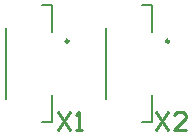
<source format=gto>
G04*
G04 #@! TF.GenerationSoftware,Altium Limited,Altium Designer,22.5.1 (42)*
G04*
G04 Layer_Color=65535*
%FSLAX44Y44*%
%MOMM*%
G71*
G04*
G04 #@! TF.SameCoordinates,57A0546F-C19F-4D55-9909-ACA7FCB6A21B*
G04*
G04*
G04 #@! TF.FilePolarity,Positive*
G04*
G01*
G75*
%ADD10C,0.2500*%
%ADD11C,0.2000*%
%ADD12C,0.2540*%
D10*
X33750Y17750D02*
G03*
X33750Y17750I-1250J0D01*
G01*
X-51250D02*
G03*
X-51250Y17750I-1250J0D01*
G01*
D11*
X-19500Y-31000D02*
Y29000D01*
X11250Y48750D02*
X19500D01*
Y-50750D02*
Y-27500D01*
Y25500D02*
Y48750D01*
X11250Y-50750D02*
X19500D01*
X-73750D02*
X-65500D01*
Y25500D02*
Y48750D01*
Y-50750D02*
Y-27500D01*
X-73750Y48750D02*
X-65500D01*
X-104500Y-31000D02*
Y29000D01*
D12*
X22304Y-42382D02*
X32461Y-57618D01*
Y-42382D02*
X22304Y-57618D01*
X47696D02*
X37539D01*
X47696Y-47461D01*
Y-44922D01*
X45157Y-42382D01*
X40078D01*
X37539Y-44922D01*
X-60157Y-42382D02*
X-50000Y-57618D01*
Y-42382D02*
X-60157Y-57618D01*
X-44922D02*
X-39843D01*
X-42382D01*
Y-42382D01*
X-44922Y-44922D01*
M02*

</source>
